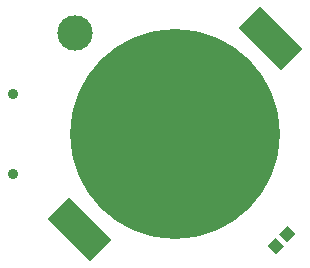
<source format=gbs>
G04 #@! TF.FileFunction,Soldermask,Bot*
%FSLAX46Y46*%
G04 Gerber Fmt 4.6, Leading zero omitted, Abs format (unit mm)*
G04 Created by KiCad (PCBNEW 4.0.7) date 01/30/18 20:10:09*
%MOMM*%
%LPD*%
G01*
G04 APERTURE LIST*
%ADD10C,0.100000*%
%ADD11C,0.900000*%
%ADD12C,17.780000*%
%ADD13C,3.000000*%
G04 APERTURE END LIST*
D10*
D11*
X195070000Y-96650000D03*
X195070000Y-89850000D03*
D12*
X208820000Y-93250000D03*
D10*
G36*
X216004205Y-82473692D02*
X219596308Y-86065795D01*
X217800257Y-87861846D01*
X214208154Y-84269743D01*
X216004205Y-82473692D01*
X216004205Y-82473692D01*
G37*
G36*
X199839743Y-98638154D02*
X203431846Y-102230257D01*
X201635795Y-104026308D01*
X198043692Y-100434205D01*
X199839743Y-98638154D01*
X199839743Y-98638154D01*
G37*
G36*
X217320000Y-103457107D02*
X216612893Y-102750000D01*
X217320000Y-102042893D01*
X218027107Y-102750000D01*
X217320000Y-103457107D01*
X217320000Y-103457107D01*
G37*
G36*
X218320000Y-102457107D02*
X217612893Y-101750000D01*
X218320000Y-101042893D01*
X219027107Y-101750000D01*
X218320000Y-102457107D01*
X218320000Y-102457107D01*
G37*
D13*
X200320000Y-84750000D03*
M02*

</source>
